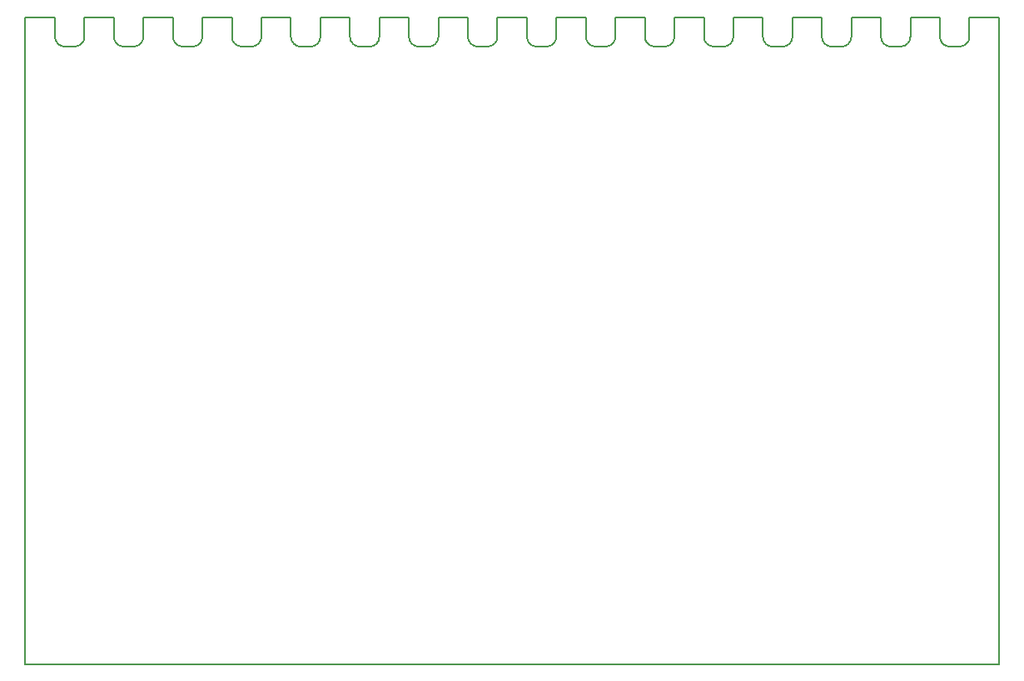
<source format=gm1>
G04 #@! TF.GenerationSoftware,KiCad,Pcbnew,(5.1.12)-1*
G04 #@! TF.CreationDate,2024-01-30T17:24:50+00:00*
G04 #@! TF.ProjectId,CPC-DDI20,4350432d-4444-4493-9230-2e6b69636164,rev?*
G04 #@! TF.SameCoordinates,Original*
G04 #@! TF.FileFunction,Profile,NP*
%FSLAX46Y46*%
G04 Gerber Fmt 4.6, Leading zero omitted, Abs format (unit mm)*
G04 Created by KiCad (PCBNEW (5.1.12)-1) date 2024-01-30 17:24:50*
%MOMM*%
%LPD*%
G01*
G04 APERTURE LIST*
G04 #@! TA.AperFunction,Profile*
%ADD10C,0.150000*%
G04 #@! TD*
G04 APERTURE END LIST*
D10*
X237700000Y-100500000D02*
X237700000Y-102500000D01*
X211700000Y-103500000D02*
G75*
G02*
X210700000Y-102500000I0J1000000D01*
G01*
X205700000Y-103500000D02*
G75*
G02*
X204700000Y-102500000I0J1000000D01*
G01*
X207700000Y-102500000D02*
G75*
G02*
X206700000Y-103500000I-1000000J0D01*
G01*
X210700000Y-100500000D02*
X207700000Y-100500000D01*
X193700000Y-103500000D02*
G75*
G02*
X192700000Y-102500000I0J1000000D01*
G01*
X222700000Y-100500000D02*
X219700000Y-100500000D01*
X204700000Y-100500000D02*
X201700000Y-100500000D01*
X229700000Y-103500000D02*
G75*
G02*
X228700000Y-102500000I0J1000000D01*
G01*
X199700000Y-103500000D02*
G75*
G02*
X198700000Y-102500000I0J1000000D01*
G01*
X222700000Y-102500000D02*
X222700000Y-100500000D01*
X213700000Y-100500000D02*
X213700000Y-102500000D01*
X210700000Y-102500000D02*
X210700000Y-100500000D01*
X243700000Y-100500000D02*
X243700000Y-102500000D01*
X236700000Y-103500000D02*
X235700000Y-103500000D01*
X153670000Y-100500000D02*
X156700000Y-100500000D01*
X169700000Y-103500000D02*
G75*
G02*
X168700000Y-102500000I0J1000000D01*
G01*
X168700000Y-100500000D02*
X165700000Y-100500000D01*
X248700000Y-103500000D02*
X247700000Y-103500000D01*
X171700000Y-100500000D02*
X171700000Y-102500000D01*
X157700000Y-103500000D02*
G75*
G02*
X156700000Y-102500000I0J1000000D01*
G01*
X175700000Y-103500000D02*
G75*
G02*
X174700000Y-102500000I0J1000000D01*
G01*
X165700000Y-102500000D02*
G75*
G02*
X164700000Y-103500000I-1000000J0D01*
G01*
X188700000Y-103500000D02*
X187700000Y-103500000D01*
X231700000Y-100500000D02*
X231700000Y-102500000D01*
X216700000Y-100500000D02*
X213700000Y-100500000D01*
X189700000Y-100500000D02*
X189700000Y-102500000D01*
X200700000Y-103500000D02*
X199700000Y-103500000D01*
X201700000Y-100500000D02*
X201700000Y-102500000D01*
X246700000Y-100500000D02*
X243700000Y-100500000D01*
X186700000Y-102500000D02*
X186700000Y-100500000D01*
X247700000Y-103500000D02*
G75*
G02*
X246700000Y-102500000I0J1000000D01*
G01*
X240700000Y-100500000D02*
X237700000Y-100500000D01*
X183700000Y-100500000D02*
X183700000Y-102500000D01*
X176700000Y-103500000D02*
X175700000Y-103500000D01*
X206700000Y-103500000D02*
X205700000Y-103500000D01*
X224700000Y-103500000D02*
X223700000Y-103500000D01*
X242700000Y-103500000D02*
X241700000Y-103500000D01*
X186700000Y-100500000D02*
X183700000Y-100500000D01*
X243700000Y-102500000D02*
G75*
G02*
X242700000Y-103500000I-1000000J0D01*
G01*
X241700000Y-103500000D02*
G75*
G02*
X240700000Y-102500000I0J1000000D01*
G01*
X171700000Y-102500000D02*
G75*
G02*
X170700000Y-103500000I-1000000J0D01*
G01*
X230700000Y-103500000D02*
X229700000Y-103500000D01*
X174700000Y-100500000D02*
X171700000Y-100500000D01*
X246700000Y-102500000D02*
X246700000Y-100500000D01*
X170700000Y-103500000D02*
X169700000Y-103500000D01*
X192700000Y-100500000D02*
X189700000Y-100500000D01*
X218700000Y-103500000D02*
X217700000Y-103500000D01*
X159700000Y-102500000D02*
G75*
G02*
X158700000Y-103500000I-1000000J0D01*
G01*
X252730000Y-100500000D02*
X249700000Y-100500000D01*
X237700000Y-102500000D02*
G75*
G02*
X236700000Y-103500000I-1000000J0D01*
G01*
X192700000Y-102500000D02*
X192700000Y-100500000D01*
X249700000Y-102500000D02*
G75*
G02*
X248700000Y-103500000I-1000000J0D01*
G01*
X194700000Y-103500000D02*
X193700000Y-103500000D01*
X228700000Y-102500000D02*
X228700000Y-100500000D01*
X207700000Y-100500000D02*
X207700000Y-102500000D01*
X164700000Y-103500000D02*
X163700000Y-103500000D01*
X213700000Y-102500000D02*
G75*
G02*
X212700000Y-103500000I-1000000J0D01*
G01*
X204700000Y-102500000D02*
X204700000Y-100500000D01*
X159700000Y-100500000D02*
X159700000Y-102500000D01*
X174700000Y-102500000D02*
X174700000Y-100500000D01*
X223700000Y-103500000D02*
G75*
G02*
X222700000Y-102500000I0J1000000D01*
G01*
X187700000Y-103500000D02*
G75*
G02*
X186700000Y-102500000I0J1000000D01*
G01*
X180700000Y-100500000D02*
X177700000Y-100500000D01*
X195700000Y-100500000D02*
X195700000Y-102500000D01*
X183700000Y-102500000D02*
G75*
G02*
X182700000Y-103500000I-1000000J0D01*
G01*
X228700000Y-100500000D02*
X225700000Y-100500000D01*
X163700000Y-103500000D02*
G75*
G02*
X162700000Y-102500000I0J1000000D01*
G01*
X182700000Y-103500000D02*
X181700000Y-103500000D01*
X249700000Y-100500000D02*
X249700000Y-102500000D01*
X198700000Y-100500000D02*
X195700000Y-100500000D01*
X216700000Y-102500000D02*
X216700000Y-100500000D01*
X181700000Y-103500000D02*
G75*
G02*
X180700000Y-102500000I0J1000000D01*
G01*
X156700000Y-100500000D02*
X156700000Y-102500000D01*
X217700000Y-103500000D02*
G75*
G02*
X216700000Y-102500000I0J1000000D01*
G01*
X235700000Y-103500000D02*
G75*
G02*
X234700000Y-102500000I0J1000000D01*
G01*
X225700000Y-100500000D02*
X225700000Y-102500000D01*
X162700000Y-102500000D02*
X162700000Y-100500000D01*
X165700000Y-100500000D02*
X165700000Y-102500000D01*
X168700000Y-102500000D02*
X168700000Y-100500000D01*
X158700000Y-103500000D02*
X157700000Y-103500000D01*
X240700000Y-102500000D02*
X240700000Y-100500000D01*
X189700000Y-102500000D02*
G75*
G02*
X188700000Y-103500000I-1000000J0D01*
G01*
X201700000Y-102500000D02*
G75*
G02*
X200700000Y-103500000I-1000000J0D01*
G01*
X234700000Y-100500000D02*
X231700000Y-100500000D01*
X177700000Y-102500000D02*
G75*
G02*
X176700000Y-103500000I-1000000J0D01*
G01*
X162700000Y-100500000D02*
X159700000Y-100500000D01*
X225700000Y-102500000D02*
G75*
G02*
X224700000Y-103500000I-1000000J0D01*
G01*
X219700000Y-102500000D02*
G75*
G02*
X218700000Y-103500000I-1000000J0D01*
G01*
X198700000Y-102500000D02*
X198700000Y-100500000D01*
X234700000Y-102500000D02*
X234700000Y-100500000D01*
X177700000Y-100500000D02*
X177700000Y-102500000D01*
X231700000Y-102500000D02*
G75*
G02*
X230700000Y-103500000I-1000000J0D01*
G01*
X212700000Y-103500000D02*
X211700000Y-103500000D01*
X219700000Y-100500000D02*
X219700000Y-102500000D01*
X180700000Y-102500000D02*
X180700000Y-100500000D01*
X195700000Y-102500000D02*
G75*
G02*
X194700000Y-103500000I-1000000J0D01*
G01*
X252730000Y-100500000D02*
X252730000Y-166370000D01*
X153670000Y-100500000D02*
X153670000Y-166370000D01*
X153670000Y-166370000D02*
X252730000Y-166370000D01*
M02*

</source>
